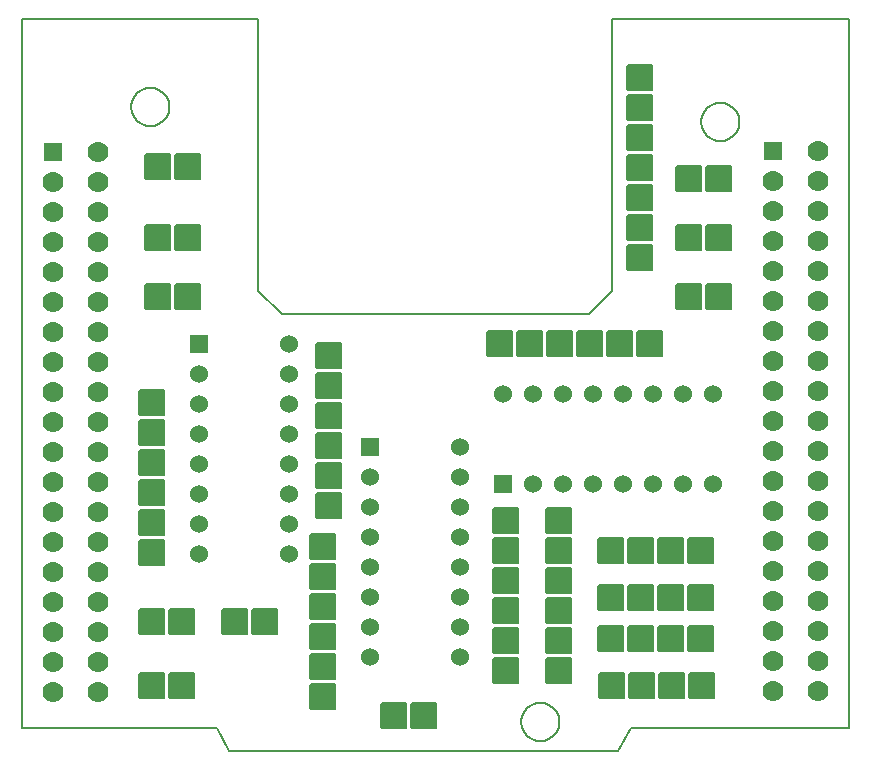
<source format=gbr>
G04 PROTEUS GERBER X2 FILE*
%TF.GenerationSoftware,Labcenter,Proteus,8.12-SP2-Build31155*%
%TF.CreationDate,2021-12-06T20:36:36+00:00*%
%TF.FileFunction,Soldermask,Top*%
%TF.FilePolarity,Negative*%
%TF.Part,Single*%
%TF.SameCoordinates,{41aeb68f-70a9-4567-b6d7-def337a2806a}*%
%FSLAX45Y45*%
%MOMM*%
G01*
%AMPPAD017*
4,1,36,
0.762000,-0.635000,
0.762000,0.635000,
0.759470,0.660970,
0.752200,0.684980,
0.740650,0.706580,
0.725290,0.725290,
0.706570,0.740650,
0.684980,0.752200,
0.660970,0.759470,
0.635000,0.762000,
-0.635000,0.762000,
-0.660970,0.759470,
-0.684980,0.752200,
-0.706570,0.740650,
-0.725290,0.725290,
-0.740650,0.706580,
-0.752200,0.684980,
-0.759470,0.660970,
-0.762000,0.635000,
-0.762000,-0.635000,
-0.759470,-0.660970,
-0.752200,-0.684980,
-0.740650,-0.706580,
-0.725290,-0.725290,
-0.706570,-0.740650,
-0.684980,-0.752200,
-0.660970,-0.759470,
-0.635000,-0.762000,
0.635000,-0.762000,
0.660970,-0.759470,
0.684980,-0.752200,
0.706570,-0.740650,
0.725290,-0.725290,
0.740650,-0.706580,
0.752200,-0.684980,
0.759470,-0.660970,
0.762000,-0.635000,
0*%
%TA.AperFunction,Material*%
%ADD25PPAD017*%
%ADD26C,1.778000*%
%AMPPAD019*
4,1,36,
0.762000,0.635000,
0.762000,-0.635000,
0.759470,-0.660970,
0.752200,-0.684980,
0.740650,-0.706580,
0.725290,-0.725290,
0.706570,-0.740650,
0.684980,-0.752200,
0.660970,-0.759470,
0.635000,-0.762000,
-0.635000,-0.762000,
-0.660970,-0.759470,
-0.684980,-0.752200,
-0.706570,-0.740650,
-0.725290,-0.725290,
-0.740650,-0.706580,
-0.752200,-0.684980,
-0.759470,-0.660970,
-0.762000,-0.635000,
-0.762000,0.635000,
-0.759470,0.660970,
-0.752200,0.684980,
-0.740650,0.706580,
-0.725290,0.725290,
-0.706570,0.740650,
-0.684980,0.752200,
-0.660970,0.759470,
-0.635000,0.762000,
0.635000,0.762000,
0.660970,0.759470,
0.684980,0.752200,
0.706570,0.740650,
0.725290,0.725290,
0.740650,0.706580,
0.752200,0.684980,
0.759470,0.660970,
0.762000,0.635000,
0*%
%TA.AperFunction,Material*%
%ADD27PPAD019*%
%ADD28C,1.524000*%
%AMPPAD021*
4,1,36,
1.016000,-1.143000,
-1.016000,-1.143000,
-1.041970,-1.140470,
-1.065980,-1.133200,
-1.087580,-1.121650,
-1.106290,-1.106290,
-1.121650,-1.087570,
-1.133200,-1.065980,
-1.140470,-1.041970,
-1.143000,-1.016000,
-1.143000,1.016000,
-1.140470,1.041970,
-1.133200,1.065980,
-1.121650,1.087570,
-1.106290,1.106290,
-1.087580,1.121650,
-1.065980,1.133200,
-1.041970,1.140470,
-1.016000,1.143000,
1.016000,1.143000,
1.041970,1.140470,
1.065980,1.133200,
1.087580,1.121650,
1.106290,1.106290,
1.121650,1.087570,
1.133200,1.065980,
1.140470,1.041970,
1.143000,1.016000,
1.143000,-1.016000,
1.140470,-1.041970,
1.133200,-1.065980,
1.121650,-1.087570,
1.106290,-1.106290,
1.087580,-1.121650,
1.065980,-1.133200,
1.041970,-1.140470,
1.016000,-1.143000,
0*%
%TA.AperFunction,Material*%
%ADD29PPAD021*%
%AMPPAD022*
4,1,36,
1.143000,1.016000,
1.143000,-1.016000,
1.140470,-1.041970,
1.133200,-1.065980,
1.121650,-1.087580,
1.106290,-1.106290,
1.087570,-1.121650,
1.065980,-1.133200,
1.041970,-1.140470,
1.016000,-1.143000,
-1.016000,-1.143000,
-1.041970,-1.140470,
-1.065980,-1.133200,
-1.087570,-1.121650,
-1.106290,-1.106290,
-1.121650,-1.087580,
-1.133200,-1.065980,
-1.140470,-1.041970,
-1.143000,-1.016000,
-1.143000,1.016000,
-1.140470,1.041970,
-1.133200,1.065980,
-1.121650,1.087580,
-1.106290,1.106290,
-1.087570,1.121650,
-1.065980,1.133200,
-1.041970,1.140470,
-1.016000,1.143000,
1.016000,1.143000,
1.041970,1.140470,
1.065980,1.133200,
1.087570,1.121650,
1.106290,1.106290,
1.121650,1.087580,
1.133200,1.065980,
1.140470,1.041970,
1.143000,1.016000,
0*%
%TA.AperFunction,Material*%
%ADD72PPAD022*%
%AMPPAD023*
4,1,36,
-0.635000,0.762000,
0.635000,0.762000,
0.660970,0.759470,
0.684980,0.752200,
0.706580,0.740650,
0.725290,0.725290,
0.740650,0.706570,
0.752200,0.684980,
0.759470,0.660970,
0.762000,0.635000,
0.762000,-0.635000,
0.759470,-0.660970,
0.752200,-0.684980,
0.740650,-0.706570,
0.725290,-0.725290,
0.706580,-0.740650,
0.684980,-0.752200,
0.660970,-0.759470,
0.635000,-0.762000,
-0.635000,-0.762000,
-0.660970,-0.759470,
-0.684980,-0.752200,
-0.706580,-0.740650,
-0.725290,-0.725290,
-0.740650,-0.706570,
-0.752200,-0.684980,
-0.759470,-0.660970,
-0.762000,-0.635000,
-0.762000,0.635000,
-0.759470,0.660970,
-0.752200,0.684980,
-0.740650,0.706570,
-0.725290,0.725290,
-0.706580,0.740650,
-0.684980,0.752200,
-0.660970,0.759470,
-0.635000,0.762000,
0*%
%TA.AperFunction,Material*%
%ADD73PPAD023*%
%TA.AperFunction,Profile*%
%ADD17C,0.203200*%
%TD.AperFunction*%
D25*
X+260000Y+4876000D03*
D26*
X+641000Y+4876000D03*
X+260000Y+4622000D03*
X+641000Y+4622000D03*
X+260000Y+4368000D03*
X+641000Y+4368000D03*
X+260000Y+4114000D03*
X+641000Y+4114000D03*
X+260000Y+3860000D03*
X+641000Y+3860000D03*
X+260000Y+3606000D03*
X+641000Y+3606000D03*
X+260000Y+3352000D03*
X+641000Y+3352000D03*
X+260000Y+3098000D03*
X+641000Y+3098000D03*
X+260000Y+2844000D03*
X+641000Y+2844000D03*
X+260000Y+2590000D03*
X+641000Y+2590000D03*
X+260000Y+2336000D03*
X+641000Y+2336000D03*
X+260000Y+2082000D03*
X+641000Y+2082000D03*
X+260000Y+1828000D03*
X+641000Y+1828000D03*
X+260000Y+1574000D03*
X+641000Y+1574000D03*
X+260000Y+1320000D03*
X+641000Y+1320000D03*
X+260000Y+1066000D03*
X+641000Y+1066000D03*
X+260000Y+812000D03*
X+641000Y+812000D03*
X+260000Y+558000D03*
X+641000Y+558000D03*
X+260000Y+304000D03*
X+641000Y+304000D03*
D25*
X+6356000Y+4880000D03*
D26*
X+6737000Y+4880000D03*
X+6356000Y+4626000D03*
X+6737000Y+4626000D03*
X+6356000Y+4372000D03*
X+6737000Y+4372000D03*
X+6356000Y+4118000D03*
X+6737000Y+4118000D03*
X+6356000Y+3864000D03*
X+6737000Y+3864000D03*
X+6356000Y+3610000D03*
X+6737000Y+3610000D03*
X+6356000Y+3356000D03*
X+6737000Y+3356000D03*
X+6356000Y+3102000D03*
X+6737000Y+3102000D03*
X+6356000Y+2848000D03*
X+6737000Y+2848000D03*
X+6356000Y+2594000D03*
X+6737000Y+2594000D03*
X+6356000Y+2340000D03*
X+6737000Y+2340000D03*
X+6356000Y+2086000D03*
X+6737000Y+2086000D03*
X+6356000Y+1832000D03*
X+6737000Y+1832000D03*
X+6356000Y+1578000D03*
X+6737000Y+1578000D03*
X+6356000Y+1324000D03*
X+6737000Y+1324000D03*
X+6356000Y+1070000D03*
X+6737000Y+1070000D03*
X+6356000Y+816000D03*
X+6737000Y+816000D03*
X+6356000Y+562000D03*
X+6737000Y+562000D03*
X+6356000Y+308000D03*
X+6737000Y+308000D03*
D27*
X+1500000Y+3250000D03*
D28*
X+1500000Y+2996000D03*
X+1500000Y+2742000D03*
X+1500000Y+2488000D03*
X+1500000Y+2234000D03*
X+1500000Y+1980000D03*
X+1500000Y+1726000D03*
X+1500000Y+1472000D03*
X+2262000Y+1472000D03*
X+2262000Y+1726000D03*
X+2262000Y+1980000D03*
X+2262000Y+2234000D03*
X+2262000Y+2488000D03*
X+2262000Y+2742000D03*
X+2262000Y+2996000D03*
X+2262000Y+3250000D03*
D27*
X+2950000Y+2380000D03*
D28*
X+2950000Y+2126000D03*
X+2950000Y+1872000D03*
X+2950000Y+1618000D03*
X+2950000Y+1364000D03*
X+2950000Y+1110000D03*
X+2950000Y+856000D03*
X+2950000Y+602000D03*
X+3712000Y+602000D03*
X+3712000Y+856000D03*
X+3712000Y+1110000D03*
X+3712000Y+1364000D03*
X+3712000Y+1618000D03*
X+3712000Y+1872000D03*
X+3712000Y+2126000D03*
X+3712000Y+2380000D03*
D29*
X+5750000Y+1500000D03*
X+5496000Y+1500000D03*
X+5242000Y+1500000D03*
X+4988000Y+1500000D03*
D72*
X+5230000Y+5500000D03*
X+5230000Y+5246000D03*
X+5230000Y+4992000D03*
X+5230000Y+4738000D03*
X+5230000Y+4484000D03*
X+5230000Y+4230000D03*
X+5230000Y+3976000D03*
D29*
X+5750000Y+750000D03*
X+5496000Y+750000D03*
X+5242000Y+750000D03*
X+4988000Y+750000D03*
X+5750000Y+1100000D03*
X+5496000Y+1100000D03*
X+5242000Y+1100000D03*
X+4988000Y+1100000D03*
X+4050000Y+3250000D03*
X+4304000Y+3250000D03*
X+4558000Y+3250000D03*
X+4812000Y+3250000D03*
X+5066000Y+3250000D03*
X+5320000Y+3250000D03*
D72*
X+4550000Y+1750000D03*
X+4550000Y+1496000D03*
X+4550000Y+1242000D03*
X+4550000Y+988000D03*
X+4550000Y+734000D03*
X+4550000Y+480000D03*
X+2600000Y+3150000D03*
X+2600000Y+2896000D03*
X+2600000Y+2642000D03*
X+2600000Y+2388000D03*
X+2600000Y+2134000D03*
X+2600000Y+1880000D03*
X+1100000Y+2750000D03*
X+1100000Y+2496000D03*
X+1100000Y+2242000D03*
X+1100000Y+1988000D03*
X+1100000Y+1734000D03*
X+1100000Y+1480000D03*
X+4100000Y+1750000D03*
X+4100000Y+1496000D03*
X+4100000Y+1242000D03*
X+4100000Y+988000D03*
X+4100000Y+734000D03*
X+4100000Y+480000D03*
X+2550000Y+1530000D03*
X+2550000Y+1276000D03*
X+2550000Y+1022000D03*
X+2550000Y+768000D03*
X+2550000Y+514000D03*
X+2550000Y+260000D03*
D29*
X+3150000Y+100000D03*
X+3404000Y+100000D03*
X+5000000Y+350000D03*
X+5254000Y+350000D03*
X+5508000Y+350000D03*
X+5762000Y+350000D03*
D73*
X+4074000Y+2062000D03*
D28*
X+4328000Y+2062000D03*
X+4582000Y+2062000D03*
X+4836000Y+2062000D03*
X+5090000Y+2062000D03*
X+5344000Y+2062000D03*
X+5598000Y+2062000D03*
X+5852000Y+2062000D03*
X+5852000Y+2824000D03*
X+5598000Y+2824000D03*
X+5344000Y+2824000D03*
X+5090000Y+2824000D03*
X+4836000Y+2824000D03*
X+4582000Y+2824000D03*
X+4328000Y+2824000D03*
X+4074000Y+2824000D03*
D29*
X+1150000Y+3650000D03*
X+1404000Y+3650000D03*
X+1150000Y+4150000D03*
X+1404000Y+4150000D03*
X+1150000Y+4750000D03*
X+1404000Y+4750000D03*
X+1100000Y+900000D03*
X+1354000Y+900000D03*
X+1100000Y+350000D03*
X+1354000Y+350000D03*
X+1800000Y+900000D03*
X+2054000Y+900000D03*
X+5650000Y+4650000D03*
X+5904000Y+4650000D03*
X+5650000Y+4150000D03*
X+5904000Y+4150000D03*
X+5650000Y+3650000D03*
X+5904000Y+3650000D03*
D17*
X+0Y+0D02*
X+1650000Y+0D01*
X+7000000Y+0D02*
X+7000000Y+6000000D01*
X+5000000Y+6000000D01*
X+5000000Y+3700000D01*
X+4800000Y+3500000D01*
X+2200000Y+3500000D01*
X+2000000Y+3700000D02*
X+2000000Y+6000000D01*
X+0Y+6000000D01*
X+0Y+0D01*
X+2000000Y+3700000D02*
X+2200000Y+3500000D01*
X+5160000Y+0D02*
X+7000000Y+0D01*
X+1750000Y-200000D02*
X+5050000Y-200000D01*
X+1650000Y+0D02*
X+1750000Y-200000D01*
X+5160000Y+0D02*
X+5050000Y-200000D01*
X+4550045Y+50000D02*
X+4549508Y+63142D01*
X+4545144Y+89427D01*
X+4536029Y+115712D01*
X+4521182Y+141997D01*
X+4498470Y+168118D01*
X+4472185Y+187898D01*
X+4445900Y+200658D01*
X+4419615Y+208108D01*
X+4393330Y+210987D01*
X+4389000Y+211045D01*
X+4227955Y+50000D02*
X+4228492Y+63142D01*
X+4232856Y+89427D01*
X+4241971Y+115712D01*
X+4256818Y+141997D01*
X+4279530Y+168118D01*
X+4305815Y+187898D01*
X+4332100Y+200658D01*
X+4358385Y+208108D01*
X+4384670Y+210987D01*
X+4389000Y+211045D01*
X+4227955Y+50000D02*
X+4228492Y+36858D01*
X+4232856Y+10573D01*
X+4241971Y-15712D01*
X+4256818Y-41997D01*
X+4279530Y-68118D01*
X+4305815Y-87898D01*
X+4332100Y-100658D01*
X+4358385Y-108108D01*
X+4384670Y-110987D01*
X+4389000Y-111045D01*
X+4550045Y+50000D02*
X+4549508Y+36858D01*
X+4545144Y+10573D01*
X+4536029Y-15712D01*
X+4521182Y-41997D01*
X+4498470Y-68118D01*
X+4472185Y-87898D01*
X+4445900Y-100658D01*
X+4419615Y-108108D01*
X+4393330Y-110987D01*
X+4389000Y-111045D01*
X+6074045Y+5130000D02*
X+6073508Y+5143142D01*
X+6069144Y+5169427D01*
X+6060029Y+5195712D01*
X+6045182Y+5221997D01*
X+6022470Y+5248118D01*
X+5996185Y+5267898D01*
X+5969900Y+5280658D01*
X+5943615Y+5288108D01*
X+5917330Y+5290987D01*
X+5913000Y+5291045D01*
X+5751955Y+5130000D02*
X+5752492Y+5143142D01*
X+5756856Y+5169427D01*
X+5765971Y+5195712D01*
X+5780818Y+5221997D01*
X+5803530Y+5248118D01*
X+5829815Y+5267898D01*
X+5856100Y+5280658D01*
X+5882385Y+5288108D01*
X+5908670Y+5290987D01*
X+5913000Y+5291045D01*
X+5751955Y+5130000D02*
X+5752492Y+5116858D01*
X+5756856Y+5090573D01*
X+5765971Y+5064288D01*
X+5780818Y+5038003D01*
X+5803530Y+5011882D01*
X+5829815Y+4992102D01*
X+5856100Y+4979342D01*
X+5882385Y+4971892D01*
X+5908670Y+4969013D01*
X+5913000Y+4968955D01*
X+6074045Y+5130000D02*
X+6073508Y+5116858D01*
X+6069144Y+5090573D01*
X+6060029Y+5064288D01*
X+6045182Y+5038003D01*
X+6022470Y+5011882D01*
X+5996185Y+4992102D01*
X+5969900Y+4979342D01*
X+5943615Y+4971892D01*
X+5917330Y+4969013D01*
X+5913000Y+4968955D01*
X+1248045Y+5257000D02*
X+1247508Y+5270142D01*
X+1243144Y+5296427D01*
X+1234029Y+5322712D01*
X+1219182Y+5348997D01*
X+1196470Y+5375118D01*
X+1170185Y+5394898D01*
X+1143900Y+5407658D01*
X+1117615Y+5415108D01*
X+1091330Y+5417987D01*
X+1087000Y+5418045D01*
X+925955Y+5257000D02*
X+926492Y+5270142D01*
X+930856Y+5296427D01*
X+939971Y+5322712D01*
X+954818Y+5348997D01*
X+977530Y+5375118D01*
X+1003815Y+5394898D01*
X+1030100Y+5407658D01*
X+1056385Y+5415108D01*
X+1082670Y+5417987D01*
X+1087000Y+5418045D01*
X+925955Y+5257000D02*
X+926492Y+5243858D01*
X+930856Y+5217573D01*
X+939971Y+5191288D01*
X+954818Y+5165003D01*
X+977530Y+5138882D01*
X+1003815Y+5119102D01*
X+1030100Y+5106342D01*
X+1056385Y+5098892D01*
X+1082670Y+5096013D01*
X+1087000Y+5095955D01*
X+1248045Y+5257000D02*
X+1247508Y+5243858D01*
X+1243144Y+5217573D01*
X+1234029Y+5191288D01*
X+1219182Y+5165003D01*
X+1196470Y+5138882D01*
X+1170185Y+5119102D01*
X+1143900Y+5106342D01*
X+1117615Y+5098892D01*
X+1091330Y+5096013D01*
X+1087000Y+5095955D01*
M02*

</source>
